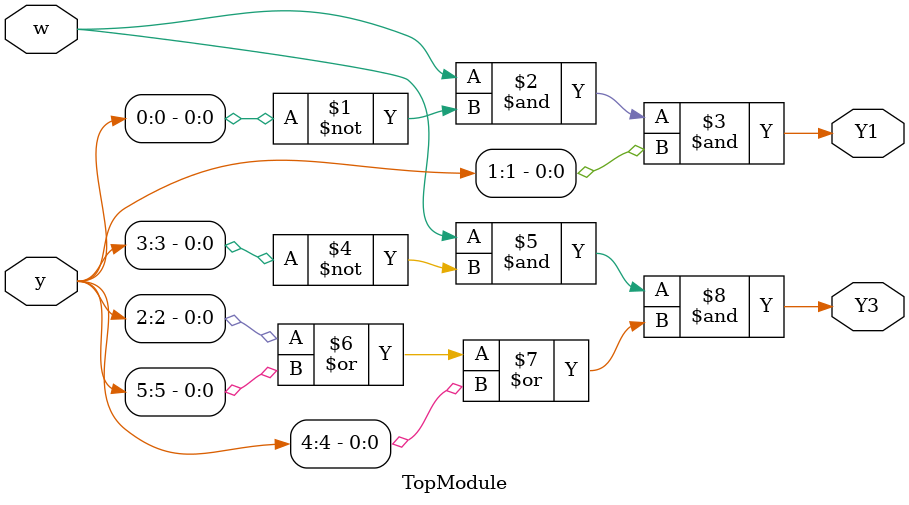
<source format=sv>


module TopModule (
  input [5:0] y,
  input w,
  output Y1,
  output Y3
);

  assign Y1 = w & ~y[0] & y[1];
  assign Y3 = w & ~y[3] & (y[2] | y[5] | y[4]);
endmodule

</source>
